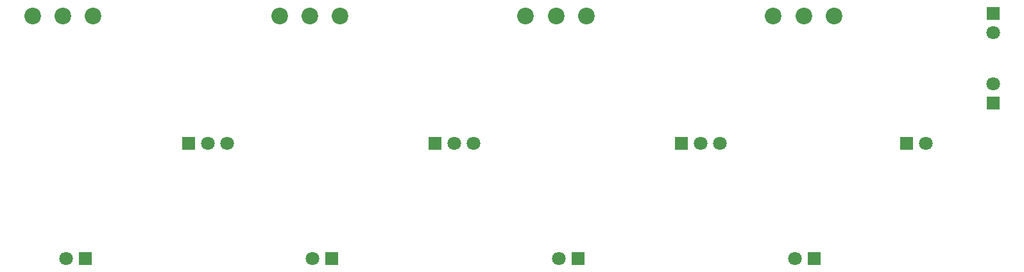
<source format=gbs>
G04*
G04 #@! TF.GenerationSoftware,Altium Limited,Altium Designer,22.5.1 (42)*
G04*
G04 Layer_Color=16711935*
%FSLAX43Y43*%
%MOMM*%
G71*
G04*
G04 #@! TF.SameCoordinates,4758D546-D6FF-4842-BEF5-D4663405D71A*
G04*
G04*
G04 #@! TF.FilePolarity,Negative*
G04*
G01*
G75*
%ADD28R,1.800X1.800*%
%ADD29C,1.800*%
%ADD30R,1.800X1.800*%
%ADD31C,2.200*%
D28*
X64425Y4192D02*
D03*
X64425Y16098D02*
D03*
D29*
X64425Y6732D02*
D03*
X64425Y13558D02*
D03*
X38293Y-16312D02*
D03*
X55521Y-1120D02*
D03*
X28346D02*
D03*
X25806D02*
D03*
X-4135D02*
D03*
X-6675D02*
D03*
X-25400Y-16355D02*
D03*
X-39176Y-1112D02*
D03*
X-36636D02*
D03*
X-57937Y-16362D02*
D03*
X7136Y-16322D02*
D03*
D30*
X40833Y-16312D02*
D03*
X52981Y-1120D02*
D03*
X23266D02*
D03*
X-9215D02*
D03*
X-22860Y-16355D02*
D03*
X-41716Y-1112D02*
D03*
X-55397Y-16362D02*
D03*
X9676Y-16322D02*
D03*
D31*
X-54300Y15710D02*
D03*
X-62300D02*
D03*
X-58300D02*
D03*
X-25741D02*
D03*
X-29741D02*
D03*
X-21741D02*
D03*
X10750D02*
D03*
X2750D02*
D03*
X6750D02*
D03*
X39441D02*
D03*
X35441D02*
D03*
X43441D02*
D03*
M02*

</source>
